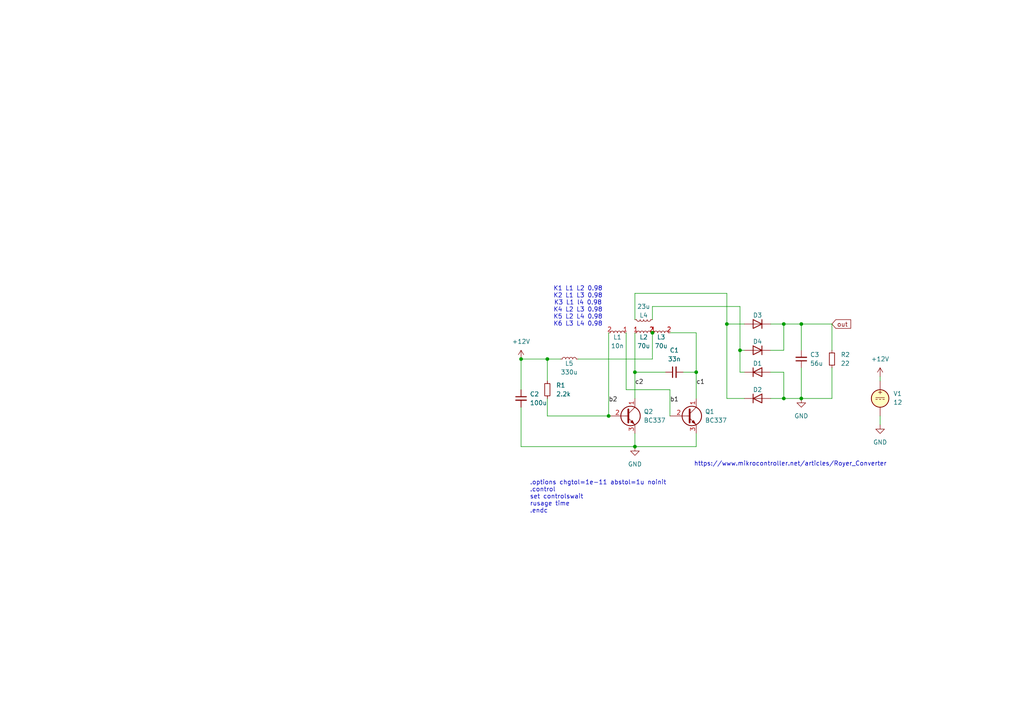
<source format=kicad_sch>
(kicad_sch (version 20231120) (generator "eeschema") (generator_version "8.0")
  (paper "A4")
  (lib_symbols
    (symbol "Device:C_Small" (pin_numbers hide) (pin_names (offset 0.254) hide)
      (property "Reference" "C" (at 0.254 1.778 0))
      (property "Value" "C_Small" (at 0.254 -2.032 0))
      (symbol "C_Small_0_1"
        (polyline (pts (xy -1.524 -0.508) (xy 1.524 -0.508)) (stroke (width 0.3302)))
        (polyline (pts (xy -1.524 0.508) (xy 1.524 0.508)) (stroke (width 0.3048)))
      )
      (symbol "C_Small_1_1"
        (pin passive line (at 0 2.54 270) (length 2.032) (name "~") (number "1"))
        (pin passive line (at 0 -2.54 90) (length 2.032) (name "~") (number "2"))
      )
    )
    (symbol "Device:L_Small" (pin_numbers hide) (pin_names (offset 0.254) hide)
      (property "Reference" "L" (at 0.762 1.016 0))
      (property "Value" "L_Small" (at 0.762 -1.016 0))
      (symbol "L_Small_0_1"
        (arc (start 0 -2.032) (mid 0.5058 -1.524) (end 0 -1.016))
        (arc (start 0 -1.016) (mid 0.5058 -0.508) (end 0 0))
        (arc (start 0 0) (mid 0.5058 0.508) (end 0 1.016))
        (arc (start 0 1.016) (mid 0.5058 1.524) (end 0 2.032))
      )
      (symbol "L_Small_1_1"
        (pin passive line (at 0 2.54 270) (length 0.508) (name "~") (number "1"))
        (pin passive line (at 0 -2.54 90) (length 0.508) (name "~") (number "2"))
      )
    )
    (symbol "Device:R_Small" (pin_numbers hide) (pin_names (offset 0.254) hide)
      (property "Reference" "R" (at 0.762 0.508 0))
      (property "Value" "R_Small" (at 0.762 -1.016 0))
      (symbol "R_Small_0_1"
        (rectangle (start -0.762 1.778) (end 0.762 -1.778) (stroke (width 0.2032)))
      )
      (symbol "R_Small_1_1"
        (pin passive line (at 0 2.54 270) (length 0.762) (name "~") (number "1"))
        (pin passive line (at 0 -2.54 90) (length 0.762) (name "~") (number "2"))
      )
    )
    (symbol "L_Small_1" (pin_names (offset 0.254) hide)
      (property "Reference" "L" (at 0.762 1.016 0))
      (property "Value" "L_Small" (at 0.762 -1.016 0))
      (symbol "L_Small_1_0_1"
        (arc (start 0 -2.032) (mid 0.5058 -1.524) (end 0 -1.016))
        (arc (start 0 -1.016) (mid 0.5058 -0.508) (end 0 0))
        (arc (start 0 0) (mid 0.5058 0.508) (end 0 1.016))
        (arc (start 0 1.016) (mid 0.5058 1.524) (end 0 2.032))
      )
      (symbol "L_Small_1_1_1"
        (pin passive line (at 0 2.54 270) (length 0.508) (name "~") (number "1"))
        (pin passive line (at 0 -2.54 90) (length 0.508) (name "~") (number "2"))
      )
    )
    (symbol "L_Small_2" (pin_names (offset 0.254) hide)
      (property "Reference" "L" (at 0.762 1.016 0))
      (property "Value" "L_Small" (at 0.762 -1.016 0))
      (symbol "L_Small_2_0_1"
        (arc (start 0 -2.032) (mid 0.5058 -1.524) (end 0 -1.016))
        (arc (start 0 -1.016) (mid 0.5058 -0.508) (end 0 0))
        (arc (start 0 0) (mid 0.5058 0.508) (end 0 1.016))
        (arc (start 0 1.016) (mid 0.5058 1.524) (end 0 2.032))
      )
      (symbol "L_Small_2_1_1"
        (pin passive line (at 0 2.54 270) (length 0.508) (name "~") (number "1"))
        (pin passive line (at 0 -2.54 90) (length 0.508) (name "~") (number "2"))
      )
    )
    (symbol "L_Small_3" (pin_names (offset 0.254) hide)
      (property "Reference" "L" (at 0.762 1.016 0))
      (property "Value" "L_Small" (at 0.762 -1.016 0))
      (symbol "L_Small_3_0_1"
        (arc (start 0 -2.032) (mid 0.5058 -1.524) (end 0 -1.016))
        (arc (start 0 -1.016) (mid 0.5058 -0.508) (end 0 0))
        (arc (start 0 0) (mid 0.5058 0.508) (end 0 1.016))
        (arc (start 0 1.016) (mid 0.5058 1.524) (end 0 2.032))
      )
      (symbol "L_Small_3_1_1"
        (pin passive line (at 0 2.54 270) (length 0.508) (name "~") (number "1"))
        (pin passive line (at 0 -2.54 90) (length 0.508) (name "~") (number "2"))
      )
    )
    (symbol "Simulation_SPICE:D" (pin_numbers hide) (pin_names (offset 1.016) hide)
      (property "Reference" "D" (at 0 2.54 0))
      (property "Value" "D" (at 0 -2.54 0))
      (property "Sim.Device" "D" (at 0 0 0))
      (property "Sim.Pins" "1=K 2=A" (at 0 0 0))
      (symbol "D_0_1"
        (polyline (pts (xy -1.27 1.27) (xy -1.27 -1.27)) (stroke (width 0.254)))
        (polyline (pts (xy 1.27 0) (xy -1.27 0)))
        (polyline (pts (xy 1.27 1.27) (xy 1.27 -1.27) (xy -1.27 0) (xy 1.27 1.27)) (stroke (width 0.254)))
      )
      (symbol "D_1_1"
        (pin passive line (at -3.81 0 0) (length 2.54) (name "K") (number "1"))
        (pin passive line (at 3.81 0 180) (length 2.54) (name "A") (number "2"))
      )
    )
    (symbol "Simulation_SPICE:VDC" (pin_numbers hide) (pin_names (offset 0.0254))
      (property "Reference" "V" (at 2.54 2.54 0))
      (property "Value" "1" (at 2.54 0 0))
      (symbol "VDC_0_0"
        (polyline (pts (xy -1.27 0.254) (xy 1.27 0.254)))
        (polyline (pts (xy -0.762 -0.254) (xy -1.27 -0.254)))
        (polyline (pts (xy 0.254 -0.254) (xy -0.254 -0.254)))
        (polyline (pts (xy 1.27 -0.254) (xy 0.762 -0.254)))
        (text "+" (at 0 1.905 0) (effects (font (size 1.27 1.27))))
      )
      (symbol "VDC_0_1"
        (circle (center 0 0) (radius 2.54) (stroke (width 0.254)) (fill (type background)))
      )
      (symbol "VDC_1_1"
        (pin passive line (at 0 5.08 270) (length 2.54) (name "~") (number "1"))
        (pin passive line (at 0 -5.08 90) (length 2.54) (name "~") (number "2"))
      )
    )
    (symbol "Transistor_BJT:BC337" (pin_names (offset 0) hide)
      (property "Reference" "Q" (at 5.08 1.905 0))
      (property "Value" "BC337" (at 5.08 0 0))
      (symbol "BC337_0_1"
        (polyline (pts (xy 0 0) (xy 0.635 0)))
        (polyline (pts (xy 0.635 0.635) (xy 2.54 2.54)))
        (polyline (pts (xy 0.635 -0.635) (xy 2.54 -2.54) (xy 2.54 -2.54)))
        (polyline (pts (xy 0.635 1.905) (xy 0.635 -1.905) (xy 0.635 -1.905)) (stroke (width 0.508)))
        (polyline (pts (xy 1.27 -1.778) (xy 1.778 -1.27) (xy 2.286 -2.286) (xy 1.27 -1.778) (xy 1.27 -1.778)) (fill (type outline)))
        (circle (center 1.27 0) (radius 2.8194) (stroke (width 0.254)))
      )
      (symbol "BC337_1_1"
        (pin passive line (at 2.54 5.08 270) (length 2.54) (name "C") (number "1"))
        (pin input line (at -5.08 0 0) (length 5.08) (name "B") (number "2"))
        (pin passive line (at 2.54 -5.08 90) (length 2.54) (name "E") (number "3"))
      )
    )
    (symbol "power:+12V" (power) (pin_names (offset 0))
      (property "Value" "+12V" (at 0 3.556 0))
      (symbol "+12V_0_1"
        (polyline (pts (xy -0.762 1.27) (xy 0 2.54)))
        (polyline (pts (xy 0 0) (xy 0 2.54)))
        (polyline (pts (xy 0 2.54) (xy 0.762 1.27)))
      )
      (symbol "+12V_1_1"
        (pin power_in line (at 0 0 90) (length 0) hide (name "+12V") (number "1"))
      )
    )
    (symbol "power:GND" (power) (pin_names (offset 0))
      (property "Value" "GND" (at 0 -3.81 0))
      (symbol "GND_0_1"
        (polyline (pts (xy 0 0) (xy 0 -1.27) (xy 1.27 -1.27) (xy 0 -2.54) (xy -1.27 -1.27) (xy 0 -1.27)))
      )
      (symbol "GND_1_1"
        (pin power_in line (at 0 0 270) (length 0) hide (name "GND") (number "1"))
      )
    )
  )
  (junction (at 232.41 93.98))
  (junction (at 232.41 115.57))
  (junction (at 227.33 93.98))
  (junction (at 210.82 93.98))
  (junction (at 184.15 107.95))
  (junction (at 189.23 96.52))
  (junction (at 201.93 107.95))
  (junction (at 184.15 129.54))
  (junction (at 214.63 101.6))
  (junction (at 158.75 104.14))
  (junction (at 176.53 120.65))
  (junction (at 151.13 104.14))
  (junction (at 227.33 115.57))
  (wire (pts (xy 194.31 96.52) (xy 201.93 96.52)))
  (wire (pts (xy 184.15 92.71) (xy 184.15 85.09)))
  (wire (pts (xy 214.63 101.6) (xy 215.9 101.6)))
  (wire (pts (xy 232.41 115.57) (xy 241.3 115.57)))
  (wire (pts (xy 227.33 115.57) (xy 232.41 115.57)))
  (wire (pts (xy 210.82 115.57) (xy 215.9 115.57)))
  (wire (pts (xy 176.53 96.52) (xy 176.53 120.65)))
  (wire (pts (xy 189.23 96.52) (xy 189.23 104.14)))
  (wire (pts (xy 201.93 107.95) (xy 201.93 115.57)))
  (wire (pts (xy 189.23 92.71) (xy 189.23 88.9)))
  (wire (pts (xy 189.23 88.9) (xy 214.63 88.9)))
  (wire (pts (xy 214.63 101.6) (xy 214.63 107.95)))
  (wire (pts (xy 210.82 85.09) (xy 210.82 93.98)))
  (wire (pts (xy 184.15 107.95) (xy 184.15 115.57)))
  (wire (pts (xy 232.41 93.98) (xy 241.3 93.98)))
  (wire (pts (xy 184.15 96.52) (xy 184.15 107.95)))
  (wire (pts (xy 201.93 96.52) (xy 201.93 107.95)))
  (wire (pts (xy 227.33 93.98) (xy 232.41 93.98)))
  (wire (pts (xy 255.27 109.22) (xy 255.27 110.49)))
  (wire (pts (xy 210.82 93.98) (xy 210.82 115.57)))
  (wire (pts (xy 162.56 104.14) (xy 158.75 104.14)))
  (wire (pts (xy 181.61 96.52) (xy 181.61 113.03)))
  (wire (pts (xy 241.3 106.68) (xy 241.3 115.57)))
  (wire (pts (xy 151.13 118.11) (xy 151.13 129.54)))
  (wire (pts (xy 223.52 93.98) (xy 227.33 93.98)))
  (wire (pts (xy 223.52 107.95) (xy 227.33 107.95)))
  (wire (pts (xy 241.3 93.98) (xy 241.3 101.6)))
  (wire (pts (xy 223.52 115.57) (xy 227.33 115.57)))
  (wire (pts (xy 210.82 93.98) (xy 215.9 93.98)))
  (wire (pts (xy 151.13 104.14) (xy 151.13 113.03)))
  (wire (pts (xy 214.63 88.9) (xy 214.63 101.6)))
  (wire (pts (xy 158.75 104.14) (xy 158.75 110.49)))
  (wire (pts (xy 167.64 104.14) (xy 189.23 104.14)))
  (wire (pts (xy 255.27 120.65) (xy 255.27 123.19)))
  (wire (pts (xy 227.33 101.6) (xy 227.33 93.98)))
  (wire (pts (xy 194.31 113.03) (xy 194.31 120.65)))
  (wire (pts (xy 184.15 85.09) (xy 210.82 85.09)))
  (wire (pts (xy 158.75 104.14) (xy 151.13 104.14)))
  (wire (pts (xy 201.93 129.54) (xy 201.93 125.73)))
  (wire (pts (xy 151.13 129.54) (xy 184.15 129.54)))
  (wire (pts (xy 176.53 120.65) (xy 158.75 120.65)))
  (wire (pts (xy 184.15 107.95) (xy 193.04 107.95)))
  (wire (pts (xy 227.33 107.95) (xy 227.33 115.57)))
  (wire (pts (xy 181.61 113.03) (xy 194.31 113.03)))
  (wire (pts (xy 158.75 120.65) (xy 158.75 115.57)))
  (wire (pts (xy 232.41 93.98) (xy 232.41 101.6)))
  (wire (pts (xy 184.15 129.54) (xy 201.93 129.54)))
  (wire (pts (xy 214.63 107.95) (xy 215.9 107.95)))
  (wire (pts (xy 223.52 101.6) (xy 227.33 101.6)))
  (wire (pts (xy 198.12 107.95) (xy 201.93 107.95)))
  (wire (pts (xy 184.15 129.54) (xy 184.15 125.73)))
  (wire (pts (xy 232.41 106.68) (xy 232.41 115.57)))
  (text "https://www.mikrocontroller.net/articles/Royer_Converter" (at 229.235 134.62 0) (effects (font (size 1.27 1.27))))
  (text "K1 L1 L2 0.98\nK2 L1 L3 0.98\nK3 L1 l4 0.98\nK4 L2 L3 0.98\nK5 L2 L4 0.98\nK6 L3 L4 0.98" (at 167.64 88.9 0) (effects (font (size 1.27 1.27))))
  (text ".options chgtol=1e-11 abstol=1u noinit\n.control\nset controlswait\nrusage time\n.endc\n" (at 153.67 144.145 0) (effects (font (size 1.27 1.27)) (justify left)))
  (label "b1" (at 194.31 116.84 0))
  (label "c2" (at 184.15 111.76 0))
  (label "c1" (at 201.93 111.76 0))
  (label "b2" (at 176.53 116.84 0))
  (global_label "out" (shape input) (at 241.3 93.98 0) (property "Intersheetrefs" "${INTERSHEET_REFS}" (effects (hide yes))))
  (symbol (lib_id "power:GND") (at 232.41 115.57 0) (unit 1)
    (property "Reference" "#PWR03" (effects (hide yes)))
    (property "Value" "GND" (at 232.41 120.65 0))
    (property "Description" "Power symbol creates a global label with name \"GND\" , ground" (effects (hide yes)))
  )
  (symbol (lib_name "L_Small_3") (lib_id "Device:L_Small") (at 191.77 96.52 90) (unit 1)
    (property "Reference" "L3" (at 191.77 97.79 90))
    (property "Value" "70u" (at 191.77 100.33 90))
    (property "Description" "Inductor, small symbol" (effects (hide yes)))
  )
  (symbol (lib_id "Device:R_Small") (at 158.75 113.03 0) (unit 1)
    (property "Reference" "R1" (at 161.29 111.7599 0) (effects (justify left)))
    (property "Value" "2.2k" (at 161.29 114.2999 0) (effects (justify left)))
    (property "Description" "Resistor, small symbol" (effects (hide yes)))
  )
  (symbol (lib_name "L_Small_2") (lib_id "Device:L_Small") (at 186.69 96.52 90) (unit 1)
    (property "Reference" "L2" (at 186.69 97.79 90))
    (property "Value" "70u" (at 186.69 100.33 90))
    (property "Description" "Inductor, small symbol" (effects (hide yes)))
  )
  (symbol (lib_id "Device:L_Small") (at 186.69 92.71 90) (mirror x) (unit 1)
    (property "Reference" "L4" (at 186.69 91.44 90))
    (property "Value" "23u" (at 186.69 88.9 90))
    (property "Description" "Inductor, small symbol" (effects (hide yes)))
  )
  (symbol (lib_id "Device:C_Small") (at 195.58 107.95 90) (unit 1)
    (property "Reference" "C1" (at 195.5863 101.6 90))
    (property "Value" "33n" (at 195.5863 104.14 90))
    (property "Description" "Unpolarized capacitor, small symbol" (effects (hide yes)))
  )
  (symbol (lib_id "Simulation_SPICE:D") (at 219.71 107.95 0) (unit 1)
    (property "Reference" "D1" (at 219.71 105.41 0))
    (property "Value" "D" (effects (hide yes)))
    (property "Description" "Diode for simulation or PCB" (effects (hide yes)))
    (property "Sim.Device" "D" (effects (hide yes)))
    (property "Sim.Pins" "1=K 2=A" (effects (hide yes)))
    (property "Sim.Library" "1N5818.mod" (effects (hide yes)))
    (property "Sim.Name" "DI_1N5818" (effects (hide yes)))
  )
  (symbol (lib_id "power:GND") (at 255.27 123.19 0) (unit 1)
    (property "Reference" "#PWR05" (effects (hide yes)))
    (property "Value" "GND" (at 255.27 128.27 0))
    (property "Description" "Power symbol creates a global label with name \"GND\" , ground" (effects (hide yes)))
  )
  (symbol (lib_id "Transistor_BJT:BC337") (at 199.39 120.65 0) (unit 1)
    (property "Reference" "Q1" (at 204.47 119.3799 0) (effects (justify left)))
    (property "Value" "BC337" (at 204.47 121.9199 0) (effects (justify left)))
    (property "Footprint" "Package_TO_SOT_THT:TO-92_Inline" (effects (hide yes)))
    (property "Datasheet" "https://diotec.com/tl_files/diotec/files/pdf/datasheets/bc337.pdf" (effects (hide yes)))
    (property "Description" "0.8A Ic, 45V Vce, NPN Transistor, TO-92" (effects (hide yes)))
    (property "Sim.Library" "bc337-25_spice.lib" (effects (hide yes)))
    (property "Sim.Name" "BC337-25" (effects (hide yes)))
    (property "Sim.Device" "SUBCKT" (effects (hide yes)))
    (property "Sim.Pins" "1=C 2=B 3=E" (effects (hide yes)))
  )
  (symbol (lib_id "Device:R_Small") (at 241.3 104.14 0) (unit 1)
    (property "Reference" "R2" (at 243.84 102.8699 0) (effects (justify left)))
    (property "Value" "22" (at 243.84 105.4099 0) (effects (justify left)))
    (property "Description" "Resistor, small symbol" (effects (hide yes)))
  )
  (symbol (lib_id "Transistor_BJT:BC337") (at 181.61 120.65 0) (unit 1)
    (property "Reference" "Q2" (at 186.69 119.3799 0) (effects (justify left)))
    (property "Value" "BC337" (at 186.69 121.9199 0) (effects (justify left)))
    (property "Footprint" "Package_TO_SOT_THT:TO-92_Inline" (effects (hide yes)))
    (property "Datasheet" "https://diotec.com/tl_files/diotec/files/pdf/datasheets/bc337.pdf" (effects (hide yes)))
    (property "Description" "0.8A Ic, 45V Vce, NPN Transistor, TO-92" (effects (hide yes)))
    (property "Sim.Library" "bc337-25_spice.lib" (effects (hide yes)))
    (property "Sim.Name" "BC337-25" (effects (hide yes)))
    (property "Sim.Device" "SUBCKT" (effects (hide yes)))
    (property "Sim.Pins" "1=C 2=B 3=E" (effects (hide yes)))
  )
  (symbol (lib_id "Device:L_Small") (at 165.1 104.14 90) (unit 1)
    (property "Reference" "L5" (at 165.1 105.41 90))
    (property "Value" "330u" (at 165.1 107.95 90))
    (property "Description" "Inductor, small symbol" (effects (hide yes)))
  )
  (symbol (lib_id "power:+12V") (at 151.13 104.14 0) (unit 1)
    (property "Reference" "#PWR02" (effects (hide yes)))
    (property "Value" "+12V" (at 151.13 99.06 0))
    (property "Description" "Power symbol creates a global label with name \"+12V\"" (effects (hide yes)))
  )
  (symbol (lib_id "power:+12V") (at 255.27 109.22 0) (unit 1)
    (property "Reference" "#PWR04" (effects (hide yes)))
    (property "Value" "+12V" (at 255.27 104.14 0))
    (property "Description" "Power symbol creates a global label with name \"+12V\"" (effects (hide yes)))
  )
  (symbol (lib_id "Simulation_SPICE:VDC") (at 255.27 115.57 0) (unit 1)
    (property "Reference" "V1" (at 259.08 114.1701 0) (effects (justify left)))
    (property "Value" "12" (at 259.08 116.7101 0) (effects (justify left)))
    (property "Description" "Voltage source, DC" (effects (hide yes)))
    (property "Sim.Pins" "1=+ 2=-" (effects (hide yes)))
    (property "Sim.Type" "DC" (effects (hide yes)))
    (property "Sim.Device" "V" (effects (hide yes)))
  )
  (symbol (lib_id "Device:C_Small") (at 151.13 115.57 0) (unit 1)
    (property "Reference" "C2" (at 153.67 114.3062 0) (effects (justify left)))
    (property "Value" "100u" (at 153.67 116.8462 0) (effects (justify left)))
    (property "Description" "Unpolarized capacitor, small symbol" (effects (hide yes)))
  )
  (symbol (lib_id "Simulation_SPICE:D") (at 219.71 101.6 0) (mirror y) (unit 1)
    (property "Reference" "D4" (at 219.71 99.06 0))
    (property "Value" "D" (effects (hide yes)))
    (property "Description" "Diode for simulation or PCB" (effects (hide yes)))
    (property "Sim.Device" "D" (effects (hide yes)))
    (property "Sim.Pins" "1=K 2=A" (effects (hide yes)))
    (property "Sim.Library" "1N5818.mod" (effects (hide yes)))
    (property "Sim.Name" "DI_1N5818" (effects (hide yes)))
  )
  (symbol (lib_id "Device:C_Small") (at 232.41 104.14 180) (unit 1)
    (property "Reference" "C3" (at 234.95 102.8635 0) (effects (justify right)))
    (property "Value" "56u" (at 234.95 105.4035 0) (effects (justify right)))
    (property "Description" "Unpolarized capacitor, small symbol" (effects (hide yes)))
  )
  (symbol (lib_id "power:GND") (at 184.15 129.54 0) (unit 1)
    (property "Reference" "#PWR01" (effects (hide yes)))
    (property "Value" "GND" (at 184.15 134.62 0))
    (property "Description" "Power symbol creates a global label with name \"GND\" , ground" (effects (hide yes)))
  )
  (symbol (lib_name "L_Small_1") (lib_id "Device:L_Small") (at 179.07 96.52 270) (mirror x) (unit 1)
    (property "Reference" "L1" (at 179.07 97.79 90))
    (property "Value" "10n" (at 179.07 100.33 90))
    (property "Description" "Inductor, small symbol" (effects (hide yes)))
  )
  (symbol (lib_id "Simulation_SPICE:D") (at 219.71 115.57 0) (unit 1)
    (property "Reference" "D2" (at 219.71 113.03 0))
    (property "Value" "D" (effects (hide yes)))
    (property "Description" "Diode for simulation or PCB" (effects (hide yes)))
    (property "Sim.Device" "D" (effects (hide yes)))
    (property "Sim.Pins" "1=K 2=A" (effects (hide yes)))
    (property "Sim.Library" "1N5818.mod" (effects (hide yes)))
    (property "Sim.Name" "DI_1N5818" (effects (hide yes)))
  )
  (symbol (lib_id "Simulation_SPICE:D") (at 219.71 93.98 0) (mirror y) (unit 1)
    (property "Reference" "D3" (at 219.71 91.44 0))
    (property "Value" "D" (effects (hide yes)))
    (property "Description" "Diode for simulation or PCB" (effects (hide yes)))
    (property "Sim.Device" "D" (effects (hide yes)))
    (property "Sim.Pins" "1=K 2=A" (effects (hide yes)))
    (property "Sim.Library" "1N5818.mod" (effects (hide yes)))
    (property "Sim.Name" "DI_1N5818" (effects (hide yes)))
  )
)
</source>
